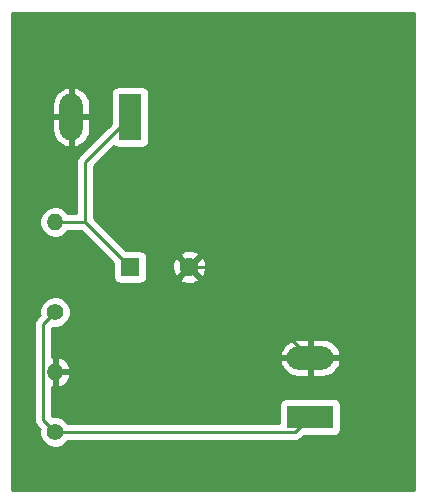
<source format=gtl>
G04 #@! TF.GenerationSoftware,KiCad,Pcbnew,(5.1.9)-1*
G04 #@! TF.CreationDate,2021-05-12T12:10:18-07:00*
G04 #@! TF.ProjectId,Senior Project - Second Board,53656e69-6f72-4205-9072-6f6a65637420,rev?*
G04 #@! TF.SameCoordinates,Original*
G04 #@! TF.FileFunction,Copper,L1,Top*
G04 #@! TF.FilePolarity,Positive*
%FSLAX46Y46*%
G04 Gerber Fmt 4.6, Leading zero omitted, Abs format (unit mm)*
G04 Created by KiCad (PCBNEW (5.1.9)-1) date 2021-05-12 12:10:18*
%MOMM*%
%LPD*%
G01*
G04 APERTURE LIST*
G04 #@! TA.AperFunction,ComponentPad*
%ADD10R,1.600000X1.600000*%
G04 #@! TD*
G04 #@! TA.AperFunction,ComponentPad*
%ADD11C,1.600000*%
G04 #@! TD*
G04 #@! TA.AperFunction,ComponentPad*
%ADD12R,3.960000X1.980000*%
G04 #@! TD*
G04 #@! TA.AperFunction,ComponentPad*
%ADD13O,3.960000X1.980000*%
G04 #@! TD*
G04 #@! TA.AperFunction,ComponentPad*
%ADD14O,1.980000X3.960000*%
G04 #@! TD*
G04 #@! TA.AperFunction,ComponentPad*
%ADD15R,1.980000X3.960000*%
G04 #@! TD*
G04 #@! TA.AperFunction,ComponentPad*
%ADD16C,1.400000*%
G04 #@! TD*
G04 #@! TA.AperFunction,ComponentPad*
%ADD17O,1.400000X1.400000*%
G04 #@! TD*
G04 #@! TA.AperFunction,ViaPad*
%ADD18C,0.800000*%
G04 #@! TD*
G04 #@! TA.AperFunction,Conductor*
%ADD19C,0.250000*%
G04 #@! TD*
G04 #@! TA.AperFunction,Conductor*
%ADD20C,0.254000*%
G04 #@! TD*
G04 #@! TA.AperFunction,Conductor*
%ADD21C,0.100000*%
G04 #@! TD*
G04 APERTURE END LIST*
D10*
X134620000Y-95250000D03*
D11*
X139620000Y-95250000D03*
D12*
X149860000Y-107950000D03*
D13*
X149860000Y-102950000D03*
D14*
X129620000Y-82550000D03*
D15*
X134620000Y-82550000D03*
D16*
X128270000Y-99060000D03*
D17*
X128270000Y-91440000D03*
D16*
X128270000Y-109220000D03*
D17*
X128270000Y-104140000D03*
D18*
X134620000Y-90170000D03*
D19*
X130810000Y-91440000D02*
X134620000Y-95250000D01*
X128270000Y-91440000D02*
X130810000Y-91440000D01*
X130810000Y-86360000D02*
X134620000Y-82550000D01*
X130810000Y-91440000D02*
X130810000Y-86360000D01*
X134620000Y-90250000D02*
X134620000Y-90170000D01*
X139620000Y-95250000D02*
X134620000Y-90250000D01*
X130730000Y-104140000D02*
X139620000Y-95250000D01*
X128270000Y-104140000D02*
X130730000Y-104140000D01*
X142160000Y-95250000D02*
X149860000Y-102950000D01*
X139620000Y-95250000D02*
X142160000Y-95250000D01*
X127244999Y-108194999D02*
X128270000Y-109220000D01*
X127244999Y-100085001D02*
X127244999Y-108194999D01*
X128270000Y-99060000D02*
X127244999Y-100085001D01*
X148590000Y-109220000D02*
X149860000Y-107950000D01*
X128270000Y-109220000D02*
X148590000Y-109220000D01*
D20*
X158623000Y-114173000D02*
X124587000Y-114173000D01*
X124587000Y-100085001D01*
X126481323Y-100085001D01*
X126484999Y-100122323D01*
X126485000Y-108157667D01*
X126481323Y-108194999D01*
X126495997Y-108343984D01*
X126539453Y-108487245D01*
X126610025Y-108619275D01*
X126681200Y-108706001D01*
X126704999Y-108735000D01*
X126733997Y-108758798D01*
X126956355Y-108981156D01*
X126935000Y-109088514D01*
X126935000Y-109351486D01*
X126986304Y-109609405D01*
X127086939Y-109852359D01*
X127233038Y-110071013D01*
X127418987Y-110256962D01*
X127637641Y-110403061D01*
X127880595Y-110503696D01*
X128138514Y-110555000D01*
X128401486Y-110555000D01*
X128659405Y-110503696D01*
X128902359Y-110403061D01*
X129121013Y-110256962D01*
X129306962Y-110071013D01*
X129367775Y-109980000D01*
X148552678Y-109980000D01*
X148590000Y-109983676D01*
X148627322Y-109980000D01*
X148627333Y-109980000D01*
X148738986Y-109969003D01*
X148882247Y-109925546D01*
X149014276Y-109854974D01*
X149130001Y-109760001D01*
X149153804Y-109730997D01*
X149306729Y-109578072D01*
X151840000Y-109578072D01*
X151964482Y-109565812D01*
X152084180Y-109529502D01*
X152194494Y-109470537D01*
X152291185Y-109391185D01*
X152370537Y-109294494D01*
X152429502Y-109184180D01*
X152465812Y-109064482D01*
X152478072Y-108940000D01*
X152478072Y-106960000D01*
X152465812Y-106835518D01*
X152429502Y-106715820D01*
X152370537Y-106605506D01*
X152291185Y-106508815D01*
X152194494Y-106429463D01*
X152084180Y-106370498D01*
X151964482Y-106334188D01*
X151840000Y-106321928D01*
X147880000Y-106321928D01*
X147755518Y-106334188D01*
X147635820Y-106370498D01*
X147525506Y-106429463D01*
X147428815Y-106508815D01*
X147349463Y-106605506D01*
X147290498Y-106715820D01*
X147254188Y-106835518D01*
X147241928Y-106960000D01*
X147241928Y-108460000D01*
X129367775Y-108460000D01*
X129306962Y-108368987D01*
X129121013Y-108183038D01*
X128902359Y-108036939D01*
X128659405Y-107936304D01*
X128401486Y-107885000D01*
X128138514Y-107885000D01*
X128031156Y-107906355D01*
X128004999Y-107880198D01*
X128004999Y-105391870D01*
X128143000Y-105309374D01*
X128143000Y-104267000D01*
X128397000Y-104267000D01*
X128397000Y-105309374D01*
X128603329Y-105432716D01*
X128711044Y-105400047D01*
X128948392Y-105289792D01*
X129159670Y-105135351D01*
X129336759Y-104942660D01*
X129472853Y-104719123D01*
X129562722Y-104473330D01*
X129440201Y-104267000D01*
X128397000Y-104267000D01*
X128143000Y-104267000D01*
X128123000Y-104267000D01*
X128123000Y-104013000D01*
X128143000Y-104013000D01*
X128143000Y-102970626D01*
X128397000Y-102970626D01*
X128397000Y-104013000D01*
X129440201Y-104013000D01*
X129562722Y-103806670D01*
X129472853Y-103560877D01*
X129336759Y-103337340D01*
X129328971Y-103328865D01*
X147289782Y-103328865D01*
X147320095Y-103454528D01*
X147448304Y-103747205D01*
X147631148Y-104009246D01*
X147861601Y-104230581D01*
X148130806Y-104402704D01*
X148428418Y-104519000D01*
X148743000Y-104575000D01*
X149733000Y-104575000D01*
X149733000Y-103077000D01*
X149987000Y-103077000D01*
X149987000Y-104575000D01*
X150977000Y-104575000D01*
X151291582Y-104519000D01*
X151589194Y-104402704D01*
X151858399Y-104230581D01*
X152088852Y-104009246D01*
X152271696Y-103747205D01*
X152399905Y-103454528D01*
X152430218Y-103328865D01*
X152310740Y-103077000D01*
X149987000Y-103077000D01*
X149733000Y-103077000D01*
X147409260Y-103077000D01*
X147289782Y-103328865D01*
X129328971Y-103328865D01*
X129159670Y-103144649D01*
X128948392Y-102990208D01*
X128711044Y-102879953D01*
X128603329Y-102847284D01*
X128397000Y-102970626D01*
X128143000Y-102970626D01*
X128004999Y-102888130D01*
X128004999Y-102571135D01*
X147289782Y-102571135D01*
X147409260Y-102823000D01*
X149733000Y-102823000D01*
X149733000Y-101325000D01*
X149987000Y-101325000D01*
X149987000Y-102823000D01*
X152310740Y-102823000D01*
X152430218Y-102571135D01*
X152399905Y-102445472D01*
X152271696Y-102152795D01*
X152088852Y-101890754D01*
X151858399Y-101669419D01*
X151589194Y-101497296D01*
X151291582Y-101381000D01*
X150977000Y-101325000D01*
X149987000Y-101325000D01*
X149733000Y-101325000D01*
X148743000Y-101325000D01*
X148428418Y-101381000D01*
X148130806Y-101497296D01*
X147861601Y-101669419D01*
X147631148Y-101890754D01*
X147448304Y-102152795D01*
X147320095Y-102445472D01*
X147289782Y-102571135D01*
X128004999Y-102571135D01*
X128004999Y-100399802D01*
X128031156Y-100373645D01*
X128138514Y-100395000D01*
X128401486Y-100395000D01*
X128659405Y-100343696D01*
X128902359Y-100243061D01*
X129121013Y-100096962D01*
X129306962Y-99911013D01*
X129453061Y-99692359D01*
X129553696Y-99449405D01*
X129605000Y-99191486D01*
X129605000Y-98928514D01*
X129553696Y-98670595D01*
X129453061Y-98427641D01*
X129306962Y-98208987D01*
X129121013Y-98023038D01*
X128902359Y-97876939D01*
X128659405Y-97776304D01*
X128401486Y-97725000D01*
X128138514Y-97725000D01*
X127880595Y-97776304D01*
X127637641Y-97876939D01*
X127418987Y-98023038D01*
X127233038Y-98208987D01*
X127086939Y-98427641D01*
X126986304Y-98670595D01*
X126935000Y-98928514D01*
X126935000Y-99191486D01*
X126956355Y-99298844D01*
X126734001Y-99521197D01*
X126704998Y-99545000D01*
X126649870Y-99612175D01*
X126610025Y-99660725D01*
X126539454Y-99792754D01*
X126539453Y-99792755D01*
X126495996Y-99936016D01*
X126484999Y-100047669D01*
X126484999Y-100047679D01*
X126481323Y-100085001D01*
X124587000Y-100085001D01*
X124587000Y-91308514D01*
X126935000Y-91308514D01*
X126935000Y-91571486D01*
X126986304Y-91829405D01*
X127086939Y-92072359D01*
X127233038Y-92291013D01*
X127418987Y-92476962D01*
X127637641Y-92623061D01*
X127880595Y-92723696D01*
X128138514Y-92775000D01*
X128401486Y-92775000D01*
X128659405Y-92723696D01*
X128902359Y-92623061D01*
X129121013Y-92476962D01*
X129306962Y-92291013D01*
X129367775Y-92200000D01*
X130495199Y-92200000D01*
X133181928Y-94886730D01*
X133181928Y-96050000D01*
X133194188Y-96174482D01*
X133230498Y-96294180D01*
X133289463Y-96404494D01*
X133368815Y-96501185D01*
X133465506Y-96580537D01*
X133575820Y-96639502D01*
X133695518Y-96675812D01*
X133820000Y-96688072D01*
X135420000Y-96688072D01*
X135544482Y-96675812D01*
X135664180Y-96639502D01*
X135774494Y-96580537D01*
X135871185Y-96501185D01*
X135950537Y-96404494D01*
X136009502Y-96294180D01*
X136025117Y-96242702D01*
X138806903Y-96242702D01*
X138878486Y-96486671D01*
X139133996Y-96607571D01*
X139408184Y-96676300D01*
X139690512Y-96690217D01*
X139970130Y-96648787D01*
X140236292Y-96553603D01*
X140361514Y-96486671D01*
X140433097Y-96242702D01*
X139620000Y-95429605D01*
X138806903Y-96242702D01*
X136025117Y-96242702D01*
X136045812Y-96174482D01*
X136058072Y-96050000D01*
X136058072Y-95320512D01*
X138179783Y-95320512D01*
X138221213Y-95600130D01*
X138316397Y-95866292D01*
X138383329Y-95991514D01*
X138627298Y-96063097D01*
X139440395Y-95250000D01*
X139799605Y-95250000D01*
X140612702Y-96063097D01*
X140856671Y-95991514D01*
X140977571Y-95736004D01*
X141046300Y-95461816D01*
X141060217Y-95179488D01*
X141018787Y-94899870D01*
X140923603Y-94633708D01*
X140856671Y-94508486D01*
X140612702Y-94436903D01*
X139799605Y-95250000D01*
X139440395Y-95250000D01*
X138627298Y-94436903D01*
X138383329Y-94508486D01*
X138262429Y-94763996D01*
X138193700Y-95038184D01*
X138179783Y-95320512D01*
X136058072Y-95320512D01*
X136058072Y-94450000D01*
X136045812Y-94325518D01*
X136025118Y-94257298D01*
X138806903Y-94257298D01*
X139620000Y-95070395D01*
X140433097Y-94257298D01*
X140361514Y-94013329D01*
X140106004Y-93892429D01*
X139831816Y-93823700D01*
X139549488Y-93809783D01*
X139269870Y-93851213D01*
X139003708Y-93946397D01*
X138878486Y-94013329D01*
X138806903Y-94257298D01*
X136025118Y-94257298D01*
X136009502Y-94205820D01*
X135950537Y-94095506D01*
X135871185Y-93998815D01*
X135774494Y-93919463D01*
X135664180Y-93860498D01*
X135544482Y-93824188D01*
X135420000Y-93811928D01*
X134256730Y-93811928D01*
X131570000Y-91125199D01*
X131570000Y-86674801D01*
X133225392Y-85019410D01*
X133275506Y-85060537D01*
X133385820Y-85119502D01*
X133505518Y-85155812D01*
X133630000Y-85168072D01*
X135610000Y-85168072D01*
X135734482Y-85155812D01*
X135854180Y-85119502D01*
X135964494Y-85060537D01*
X136061185Y-84981185D01*
X136140537Y-84884494D01*
X136199502Y-84774180D01*
X136235812Y-84654482D01*
X136248072Y-84530000D01*
X136248072Y-80570000D01*
X136235812Y-80445518D01*
X136199502Y-80325820D01*
X136140537Y-80215506D01*
X136061185Y-80118815D01*
X135964494Y-80039463D01*
X135854180Y-79980498D01*
X135734482Y-79944188D01*
X135610000Y-79931928D01*
X133630000Y-79931928D01*
X133505518Y-79944188D01*
X133385820Y-79980498D01*
X133275506Y-80039463D01*
X133178815Y-80118815D01*
X133099463Y-80215506D01*
X133040498Y-80325820D01*
X133004188Y-80445518D01*
X132991928Y-80570000D01*
X132991928Y-83103270D01*
X130298998Y-85796201D01*
X130270000Y-85819999D01*
X130246202Y-85848997D01*
X130246201Y-85848998D01*
X130175026Y-85935724D01*
X130104454Y-86067754D01*
X130060998Y-86211015D01*
X130046324Y-86360000D01*
X130050001Y-86397332D01*
X130050000Y-90680000D01*
X129367775Y-90680000D01*
X129306962Y-90588987D01*
X129121013Y-90403038D01*
X128902359Y-90256939D01*
X128659405Y-90156304D01*
X128401486Y-90105000D01*
X128138514Y-90105000D01*
X127880595Y-90156304D01*
X127637641Y-90256939D01*
X127418987Y-90403038D01*
X127233038Y-90588987D01*
X127086939Y-90807641D01*
X126986304Y-91050595D01*
X126935000Y-91308514D01*
X124587000Y-91308514D01*
X124587000Y-82677000D01*
X127995000Y-82677000D01*
X127995000Y-83667000D01*
X128051000Y-83981582D01*
X128167296Y-84279194D01*
X128339419Y-84548399D01*
X128560754Y-84778852D01*
X128822795Y-84961696D01*
X129115472Y-85089905D01*
X129241135Y-85120218D01*
X129493000Y-85000740D01*
X129493000Y-82677000D01*
X129747000Y-82677000D01*
X129747000Y-85000740D01*
X129998865Y-85120218D01*
X130124528Y-85089905D01*
X130417205Y-84961696D01*
X130679246Y-84778852D01*
X130900581Y-84548399D01*
X131072704Y-84279194D01*
X131189000Y-83981582D01*
X131245000Y-83667000D01*
X131245000Y-82677000D01*
X129747000Y-82677000D01*
X129493000Y-82677000D01*
X127995000Y-82677000D01*
X124587000Y-82677000D01*
X124587000Y-81433000D01*
X127995000Y-81433000D01*
X127995000Y-82423000D01*
X129493000Y-82423000D01*
X129493000Y-80099260D01*
X129747000Y-80099260D01*
X129747000Y-82423000D01*
X131245000Y-82423000D01*
X131245000Y-81433000D01*
X131189000Y-81118418D01*
X131072704Y-80820806D01*
X130900581Y-80551601D01*
X130679246Y-80321148D01*
X130417205Y-80138304D01*
X130124528Y-80010095D01*
X129998865Y-79979782D01*
X129747000Y-80099260D01*
X129493000Y-80099260D01*
X129241135Y-79979782D01*
X129115472Y-80010095D01*
X128822795Y-80138304D01*
X128560754Y-80321148D01*
X128339419Y-80551601D01*
X128167296Y-80820806D01*
X128051000Y-81118418D01*
X127995000Y-81433000D01*
X124587000Y-81433000D01*
X124587000Y-73787000D01*
X158623000Y-73787000D01*
X158623000Y-114173000D01*
G04 #@! TA.AperFunction,Conductor*
D21*
G36*
X158623000Y-114173000D02*
G01*
X124587000Y-114173000D01*
X124587000Y-100085001D01*
X126481323Y-100085001D01*
X126484999Y-100122323D01*
X126485000Y-108157667D01*
X126481323Y-108194999D01*
X126495997Y-108343984D01*
X126539453Y-108487245D01*
X126610025Y-108619275D01*
X126681200Y-108706001D01*
X126704999Y-108735000D01*
X126733997Y-108758798D01*
X126956355Y-108981156D01*
X126935000Y-109088514D01*
X126935000Y-109351486D01*
X126986304Y-109609405D01*
X127086939Y-109852359D01*
X127233038Y-110071013D01*
X127418987Y-110256962D01*
X127637641Y-110403061D01*
X127880595Y-110503696D01*
X128138514Y-110555000D01*
X128401486Y-110555000D01*
X128659405Y-110503696D01*
X128902359Y-110403061D01*
X129121013Y-110256962D01*
X129306962Y-110071013D01*
X129367775Y-109980000D01*
X148552678Y-109980000D01*
X148590000Y-109983676D01*
X148627322Y-109980000D01*
X148627333Y-109980000D01*
X148738986Y-109969003D01*
X148882247Y-109925546D01*
X149014276Y-109854974D01*
X149130001Y-109760001D01*
X149153804Y-109730997D01*
X149306729Y-109578072D01*
X151840000Y-109578072D01*
X151964482Y-109565812D01*
X152084180Y-109529502D01*
X152194494Y-109470537D01*
X152291185Y-109391185D01*
X152370537Y-109294494D01*
X152429502Y-109184180D01*
X152465812Y-109064482D01*
X152478072Y-108940000D01*
X152478072Y-106960000D01*
X152465812Y-106835518D01*
X152429502Y-106715820D01*
X152370537Y-106605506D01*
X152291185Y-106508815D01*
X152194494Y-106429463D01*
X152084180Y-106370498D01*
X151964482Y-106334188D01*
X151840000Y-106321928D01*
X147880000Y-106321928D01*
X147755518Y-106334188D01*
X147635820Y-106370498D01*
X147525506Y-106429463D01*
X147428815Y-106508815D01*
X147349463Y-106605506D01*
X147290498Y-106715820D01*
X147254188Y-106835518D01*
X147241928Y-106960000D01*
X147241928Y-108460000D01*
X129367775Y-108460000D01*
X129306962Y-108368987D01*
X129121013Y-108183038D01*
X128902359Y-108036939D01*
X128659405Y-107936304D01*
X128401486Y-107885000D01*
X128138514Y-107885000D01*
X128031156Y-107906355D01*
X128004999Y-107880198D01*
X128004999Y-105391870D01*
X128143000Y-105309374D01*
X128143000Y-104267000D01*
X128397000Y-104267000D01*
X128397000Y-105309374D01*
X128603329Y-105432716D01*
X128711044Y-105400047D01*
X128948392Y-105289792D01*
X129159670Y-105135351D01*
X129336759Y-104942660D01*
X129472853Y-104719123D01*
X129562722Y-104473330D01*
X129440201Y-104267000D01*
X128397000Y-104267000D01*
X128143000Y-104267000D01*
X128123000Y-104267000D01*
X128123000Y-104013000D01*
X128143000Y-104013000D01*
X128143000Y-102970626D01*
X128397000Y-102970626D01*
X128397000Y-104013000D01*
X129440201Y-104013000D01*
X129562722Y-103806670D01*
X129472853Y-103560877D01*
X129336759Y-103337340D01*
X129328971Y-103328865D01*
X147289782Y-103328865D01*
X147320095Y-103454528D01*
X147448304Y-103747205D01*
X147631148Y-104009246D01*
X147861601Y-104230581D01*
X148130806Y-104402704D01*
X148428418Y-104519000D01*
X148743000Y-104575000D01*
X149733000Y-104575000D01*
X149733000Y-103077000D01*
X149987000Y-103077000D01*
X149987000Y-104575000D01*
X150977000Y-104575000D01*
X151291582Y-104519000D01*
X151589194Y-104402704D01*
X151858399Y-104230581D01*
X152088852Y-104009246D01*
X152271696Y-103747205D01*
X152399905Y-103454528D01*
X152430218Y-103328865D01*
X152310740Y-103077000D01*
X149987000Y-103077000D01*
X149733000Y-103077000D01*
X147409260Y-103077000D01*
X147289782Y-103328865D01*
X129328971Y-103328865D01*
X129159670Y-103144649D01*
X128948392Y-102990208D01*
X128711044Y-102879953D01*
X128603329Y-102847284D01*
X128397000Y-102970626D01*
X128143000Y-102970626D01*
X128004999Y-102888130D01*
X128004999Y-102571135D01*
X147289782Y-102571135D01*
X147409260Y-102823000D01*
X149733000Y-102823000D01*
X149733000Y-101325000D01*
X149987000Y-101325000D01*
X149987000Y-102823000D01*
X152310740Y-102823000D01*
X152430218Y-102571135D01*
X152399905Y-102445472D01*
X152271696Y-102152795D01*
X152088852Y-101890754D01*
X151858399Y-101669419D01*
X151589194Y-101497296D01*
X151291582Y-101381000D01*
X150977000Y-101325000D01*
X149987000Y-101325000D01*
X149733000Y-101325000D01*
X148743000Y-101325000D01*
X148428418Y-101381000D01*
X148130806Y-101497296D01*
X147861601Y-101669419D01*
X147631148Y-101890754D01*
X147448304Y-102152795D01*
X147320095Y-102445472D01*
X147289782Y-102571135D01*
X128004999Y-102571135D01*
X128004999Y-100399802D01*
X128031156Y-100373645D01*
X128138514Y-100395000D01*
X128401486Y-100395000D01*
X128659405Y-100343696D01*
X128902359Y-100243061D01*
X129121013Y-100096962D01*
X129306962Y-99911013D01*
X129453061Y-99692359D01*
X129553696Y-99449405D01*
X129605000Y-99191486D01*
X129605000Y-98928514D01*
X129553696Y-98670595D01*
X129453061Y-98427641D01*
X129306962Y-98208987D01*
X129121013Y-98023038D01*
X128902359Y-97876939D01*
X128659405Y-97776304D01*
X128401486Y-97725000D01*
X128138514Y-97725000D01*
X127880595Y-97776304D01*
X127637641Y-97876939D01*
X127418987Y-98023038D01*
X127233038Y-98208987D01*
X127086939Y-98427641D01*
X126986304Y-98670595D01*
X126935000Y-98928514D01*
X126935000Y-99191486D01*
X126956355Y-99298844D01*
X126734001Y-99521197D01*
X126704998Y-99545000D01*
X126649870Y-99612175D01*
X126610025Y-99660725D01*
X126539454Y-99792754D01*
X126539453Y-99792755D01*
X126495996Y-99936016D01*
X126484999Y-100047669D01*
X126484999Y-100047679D01*
X126481323Y-100085001D01*
X124587000Y-100085001D01*
X124587000Y-91308514D01*
X126935000Y-91308514D01*
X126935000Y-91571486D01*
X126986304Y-91829405D01*
X127086939Y-92072359D01*
X127233038Y-92291013D01*
X127418987Y-92476962D01*
X127637641Y-92623061D01*
X127880595Y-92723696D01*
X128138514Y-92775000D01*
X128401486Y-92775000D01*
X128659405Y-92723696D01*
X128902359Y-92623061D01*
X129121013Y-92476962D01*
X129306962Y-92291013D01*
X129367775Y-92200000D01*
X130495199Y-92200000D01*
X133181928Y-94886730D01*
X133181928Y-96050000D01*
X133194188Y-96174482D01*
X133230498Y-96294180D01*
X133289463Y-96404494D01*
X133368815Y-96501185D01*
X133465506Y-96580537D01*
X133575820Y-96639502D01*
X133695518Y-96675812D01*
X133820000Y-96688072D01*
X135420000Y-96688072D01*
X135544482Y-96675812D01*
X135664180Y-96639502D01*
X135774494Y-96580537D01*
X135871185Y-96501185D01*
X135950537Y-96404494D01*
X136009502Y-96294180D01*
X136025117Y-96242702D01*
X138806903Y-96242702D01*
X138878486Y-96486671D01*
X139133996Y-96607571D01*
X139408184Y-96676300D01*
X139690512Y-96690217D01*
X139970130Y-96648787D01*
X140236292Y-96553603D01*
X140361514Y-96486671D01*
X140433097Y-96242702D01*
X139620000Y-95429605D01*
X138806903Y-96242702D01*
X136025117Y-96242702D01*
X136045812Y-96174482D01*
X136058072Y-96050000D01*
X136058072Y-95320512D01*
X138179783Y-95320512D01*
X138221213Y-95600130D01*
X138316397Y-95866292D01*
X138383329Y-95991514D01*
X138627298Y-96063097D01*
X139440395Y-95250000D01*
X139799605Y-95250000D01*
X140612702Y-96063097D01*
X140856671Y-95991514D01*
X140977571Y-95736004D01*
X141046300Y-95461816D01*
X141060217Y-95179488D01*
X141018787Y-94899870D01*
X140923603Y-94633708D01*
X140856671Y-94508486D01*
X140612702Y-94436903D01*
X139799605Y-95250000D01*
X139440395Y-95250000D01*
X138627298Y-94436903D01*
X138383329Y-94508486D01*
X138262429Y-94763996D01*
X138193700Y-95038184D01*
X138179783Y-95320512D01*
X136058072Y-95320512D01*
X136058072Y-94450000D01*
X136045812Y-94325518D01*
X136025118Y-94257298D01*
X138806903Y-94257298D01*
X139620000Y-95070395D01*
X140433097Y-94257298D01*
X140361514Y-94013329D01*
X140106004Y-93892429D01*
X139831816Y-93823700D01*
X139549488Y-93809783D01*
X139269870Y-93851213D01*
X139003708Y-93946397D01*
X138878486Y-94013329D01*
X138806903Y-94257298D01*
X136025118Y-94257298D01*
X136009502Y-94205820D01*
X135950537Y-94095506D01*
X135871185Y-93998815D01*
X135774494Y-93919463D01*
X135664180Y-93860498D01*
X135544482Y-93824188D01*
X135420000Y-93811928D01*
X134256730Y-93811928D01*
X131570000Y-91125199D01*
X131570000Y-86674801D01*
X133225392Y-85019410D01*
X133275506Y-85060537D01*
X133385820Y-85119502D01*
X133505518Y-85155812D01*
X133630000Y-85168072D01*
X135610000Y-85168072D01*
X135734482Y-85155812D01*
X135854180Y-85119502D01*
X135964494Y-85060537D01*
X136061185Y-84981185D01*
X136140537Y-84884494D01*
X136199502Y-84774180D01*
X136235812Y-84654482D01*
X136248072Y-84530000D01*
X136248072Y-80570000D01*
X136235812Y-80445518D01*
X136199502Y-80325820D01*
X136140537Y-80215506D01*
X136061185Y-80118815D01*
X135964494Y-80039463D01*
X135854180Y-79980498D01*
X135734482Y-79944188D01*
X135610000Y-79931928D01*
X133630000Y-79931928D01*
X133505518Y-79944188D01*
X133385820Y-79980498D01*
X133275506Y-80039463D01*
X133178815Y-80118815D01*
X133099463Y-80215506D01*
X133040498Y-80325820D01*
X133004188Y-80445518D01*
X132991928Y-80570000D01*
X132991928Y-83103270D01*
X130298998Y-85796201D01*
X130270000Y-85819999D01*
X130246202Y-85848997D01*
X130246201Y-85848998D01*
X130175026Y-85935724D01*
X130104454Y-86067754D01*
X130060998Y-86211015D01*
X130046324Y-86360000D01*
X130050001Y-86397332D01*
X130050000Y-90680000D01*
X129367775Y-90680000D01*
X129306962Y-90588987D01*
X129121013Y-90403038D01*
X128902359Y-90256939D01*
X128659405Y-90156304D01*
X128401486Y-90105000D01*
X128138514Y-90105000D01*
X127880595Y-90156304D01*
X127637641Y-90256939D01*
X127418987Y-90403038D01*
X127233038Y-90588987D01*
X127086939Y-90807641D01*
X126986304Y-91050595D01*
X126935000Y-91308514D01*
X124587000Y-91308514D01*
X124587000Y-82677000D01*
X127995000Y-82677000D01*
X127995000Y-83667000D01*
X128051000Y-83981582D01*
X128167296Y-84279194D01*
X128339419Y-84548399D01*
X128560754Y-84778852D01*
X128822795Y-84961696D01*
X129115472Y-85089905D01*
X129241135Y-85120218D01*
X129493000Y-85000740D01*
X129493000Y-82677000D01*
X129747000Y-82677000D01*
X129747000Y-85000740D01*
X129998865Y-85120218D01*
X130124528Y-85089905D01*
X130417205Y-84961696D01*
X130679246Y-84778852D01*
X130900581Y-84548399D01*
X131072704Y-84279194D01*
X131189000Y-83981582D01*
X131245000Y-83667000D01*
X131245000Y-82677000D01*
X129747000Y-82677000D01*
X129493000Y-82677000D01*
X127995000Y-82677000D01*
X124587000Y-82677000D01*
X124587000Y-81433000D01*
X127995000Y-81433000D01*
X127995000Y-82423000D01*
X129493000Y-82423000D01*
X129493000Y-80099260D01*
X129747000Y-80099260D01*
X129747000Y-82423000D01*
X131245000Y-82423000D01*
X131245000Y-81433000D01*
X131189000Y-81118418D01*
X131072704Y-80820806D01*
X130900581Y-80551601D01*
X130679246Y-80321148D01*
X130417205Y-80138304D01*
X130124528Y-80010095D01*
X129998865Y-79979782D01*
X129747000Y-80099260D01*
X129493000Y-80099260D01*
X129241135Y-79979782D01*
X129115472Y-80010095D01*
X128822795Y-80138304D01*
X128560754Y-80321148D01*
X128339419Y-80551601D01*
X128167296Y-80820806D01*
X128051000Y-81118418D01*
X127995000Y-81433000D01*
X124587000Y-81433000D01*
X124587000Y-73787000D01*
X158623000Y-73787000D01*
X158623000Y-114173000D01*
G37*
G04 #@! TD.AperFunction*
M02*

</source>
